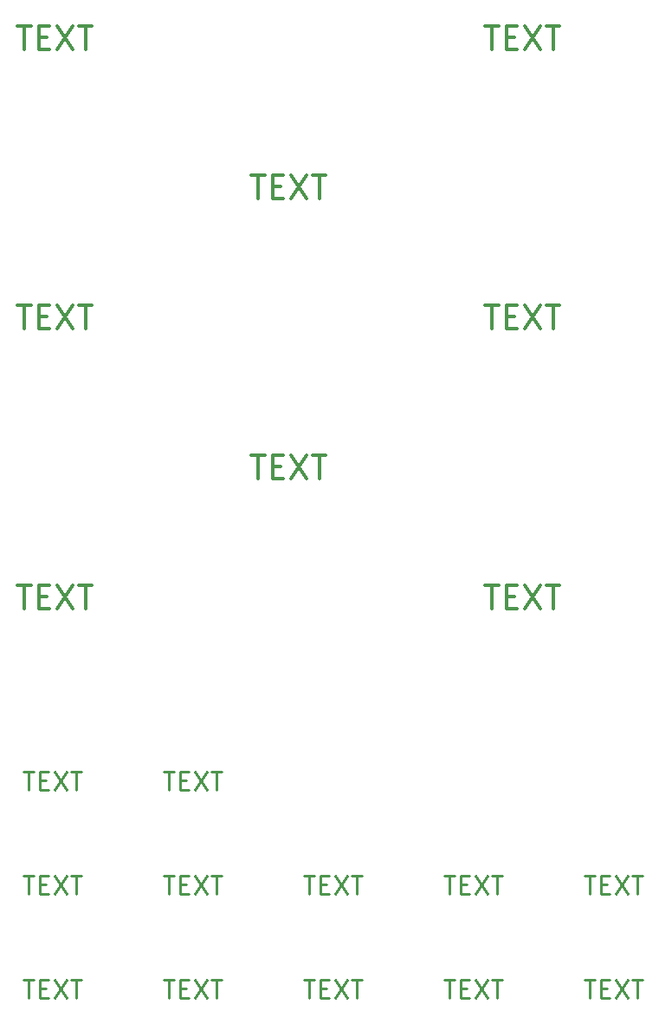
<source format=gbr>
%TF.GenerationSoftware,KiCad,Pcbnew,9.0.0*%
%TF.CreationDate,2025-03-15T07:42:44-04:00*%
%TF.ProjectId,201_Blank_Faceplate,3230315f-426c-4616-9e6b-5f4661636570,rev?*%
%TF.SameCoordinates,Original*%
%TF.FileFunction,Legend,Top*%
%TF.FilePolarity,Positive*%
%FSLAX46Y46*%
G04 Gerber Fmt 4.6, Leading zero omitted, Abs format (unit mm)*
G04 Created by KiCad (PCBNEW 9.0.0) date 2025-03-15 07:42:44*
%MOMM*%
%LPD*%
G01*
G04 APERTURE LIST*
%ADD10C,0.254000*%
%ADD11C,0.330200*%
G04 APERTURE END LIST*
D10*
X100030618Y-143620829D02*
X101046618Y-143620829D01*
X100538618Y-145398829D02*
X100538618Y-143620829D01*
X101639285Y-144467496D02*
X102231952Y-144467496D01*
X102485952Y-145398829D02*
X101639285Y-145398829D01*
X101639285Y-145398829D02*
X101639285Y-143620829D01*
X101639285Y-143620829D02*
X102485952Y-143620829D01*
X103078619Y-143620829D02*
X104263952Y-145398829D01*
X104263952Y-143620829D02*
X103078619Y-145398829D01*
X104687285Y-143620829D02*
X105703285Y-143620829D01*
X105195285Y-145398829D02*
X105195285Y-143620829D01*
X86314618Y-143620829D02*
X87330618Y-143620829D01*
X86822618Y-145398829D02*
X86822618Y-143620829D01*
X87923285Y-144467496D02*
X88515952Y-144467496D01*
X88769952Y-145398829D02*
X87923285Y-145398829D01*
X87923285Y-145398829D02*
X87923285Y-143620829D01*
X87923285Y-143620829D02*
X88769952Y-143620829D01*
X89362619Y-143620829D02*
X90547952Y-145398829D01*
X90547952Y-143620829D02*
X89362619Y-145398829D01*
X90971285Y-143620829D02*
X91987285Y-143620829D01*
X91479285Y-145398829D02*
X91479285Y-143620829D01*
X100030618Y-133460829D02*
X101046618Y-133460829D01*
X100538618Y-135238829D02*
X100538618Y-133460829D01*
X101639285Y-134307496D02*
X102231952Y-134307496D01*
X102485952Y-135238829D02*
X101639285Y-135238829D01*
X101639285Y-135238829D02*
X101639285Y-133460829D01*
X101639285Y-133460829D02*
X102485952Y-133460829D01*
X103078619Y-133460829D02*
X104263952Y-135238829D01*
X104263952Y-133460829D02*
X103078619Y-135238829D01*
X104687285Y-133460829D02*
X105703285Y-133460829D01*
X105195285Y-135238829D02*
X105195285Y-133460829D01*
X86314618Y-133460829D02*
X87330618Y-133460829D01*
X86822618Y-135238829D02*
X86822618Y-133460829D01*
X87923285Y-134307496D02*
X88515952Y-134307496D01*
X88769952Y-135238829D02*
X87923285Y-135238829D01*
X87923285Y-135238829D02*
X87923285Y-133460829D01*
X87923285Y-133460829D02*
X88769952Y-133460829D01*
X89362619Y-133460829D02*
X90547952Y-135238829D01*
X90547952Y-133460829D02*
X89362619Y-135238829D01*
X90971285Y-133460829D02*
X91987285Y-133460829D01*
X91479285Y-135238829D02*
X91479285Y-133460829D01*
X72598618Y-133460829D02*
X73614618Y-133460829D01*
X73106618Y-135238829D02*
X73106618Y-133460829D01*
X74207285Y-134307496D02*
X74799952Y-134307496D01*
X75053952Y-135238829D02*
X74207285Y-135238829D01*
X74207285Y-135238829D02*
X74207285Y-133460829D01*
X74207285Y-133460829D02*
X75053952Y-133460829D01*
X75646619Y-133460829D02*
X76831952Y-135238829D01*
X76831952Y-133460829D02*
X75646619Y-135238829D01*
X77255285Y-133460829D02*
X78271285Y-133460829D01*
X77763285Y-135238829D02*
X77763285Y-133460829D01*
X72598618Y-143620829D02*
X73614618Y-143620829D01*
X73106618Y-145398829D02*
X73106618Y-143620829D01*
X74207285Y-144467496D02*
X74799952Y-144467496D01*
X75053952Y-145398829D02*
X74207285Y-145398829D01*
X74207285Y-145398829D02*
X74207285Y-143620829D01*
X74207285Y-143620829D02*
X75053952Y-143620829D01*
X75646619Y-143620829D02*
X76831952Y-145398829D01*
X76831952Y-143620829D02*
X75646619Y-145398829D01*
X77255285Y-143620829D02*
X78271285Y-143620829D01*
X77763285Y-145398829D02*
X77763285Y-143620829D01*
X58882618Y-143620829D02*
X59898618Y-143620829D01*
X59390618Y-145398829D02*
X59390618Y-143620829D01*
X60491285Y-144467496D02*
X61083952Y-144467496D01*
X61337952Y-145398829D02*
X60491285Y-145398829D01*
X60491285Y-145398829D02*
X60491285Y-143620829D01*
X60491285Y-143620829D02*
X61337952Y-143620829D01*
X61930619Y-143620829D02*
X63115952Y-145398829D01*
X63115952Y-143620829D02*
X61930619Y-145398829D01*
X63539285Y-143620829D02*
X64555285Y-143620829D01*
X64047285Y-145398829D02*
X64047285Y-143620829D01*
X45166618Y-143620829D02*
X46182618Y-143620829D01*
X45674618Y-145398829D02*
X45674618Y-143620829D01*
X46775285Y-144467496D02*
X47367952Y-144467496D01*
X47621952Y-145398829D02*
X46775285Y-145398829D01*
X46775285Y-145398829D02*
X46775285Y-143620829D01*
X46775285Y-143620829D02*
X47621952Y-143620829D01*
X48214619Y-143620829D02*
X49399952Y-145398829D01*
X49399952Y-143620829D02*
X48214619Y-145398829D01*
X49823285Y-143620829D02*
X50839285Y-143620829D01*
X50331285Y-145398829D02*
X50331285Y-143620829D01*
X45166618Y-133460829D02*
X46182618Y-133460829D01*
X45674618Y-135238829D02*
X45674618Y-133460829D01*
X46775285Y-134307496D02*
X47367952Y-134307496D01*
X47621952Y-135238829D02*
X46775285Y-135238829D01*
X46775285Y-135238829D02*
X46775285Y-133460829D01*
X46775285Y-133460829D02*
X47621952Y-133460829D01*
X48214619Y-133460829D02*
X49399952Y-135238829D01*
X49399952Y-133460829D02*
X48214619Y-135238829D01*
X49823285Y-133460829D02*
X50839285Y-133460829D01*
X50331285Y-135238829D02*
X50331285Y-133460829D01*
X58882618Y-133460829D02*
X59898618Y-133460829D01*
X59390618Y-135238829D02*
X59390618Y-133460829D01*
X60491285Y-134307496D02*
X61083952Y-134307496D01*
X61337952Y-135238829D02*
X60491285Y-135238829D01*
X60491285Y-135238829D02*
X60491285Y-133460829D01*
X60491285Y-133460829D02*
X61337952Y-133460829D01*
X61930619Y-133460829D02*
X63115952Y-135238829D01*
X63115952Y-133460829D02*
X61930619Y-135238829D01*
X63539285Y-133460829D02*
X64555285Y-133460829D01*
X64047285Y-135238829D02*
X64047285Y-133460829D01*
X45166618Y-123300829D02*
X46182618Y-123300829D01*
X45674618Y-125078829D02*
X45674618Y-123300829D01*
X46775285Y-124147496D02*
X47367952Y-124147496D01*
X47621952Y-125078829D02*
X46775285Y-125078829D01*
X46775285Y-125078829D02*
X46775285Y-123300829D01*
X46775285Y-123300829D02*
X47621952Y-123300829D01*
X48214619Y-123300829D02*
X49399952Y-125078829D01*
X49399952Y-123300829D02*
X48214619Y-125078829D01*
X49823285Y-123300829D02*
X50839285Y-123300829D01*
X50331285Y-125078829D02*
X50331285Y-123300829D01*
D11*
X44613286Y-50443376D02*
X45919572Y-50443376D01*
X45266429Y-52729376D02*
X45266429Y-50443376D01*
X46681571Y-51531947D02*
X47443571Y-51531947D01*
X47770143Y-52729376D02*
X46681571Y-52729376D01*
X46681571Y-52729376D02*
X46681571Y-50443376D01*
X46681571Y-50443376D02*
X47770143Y-50443376D01*
X48532143Y-50443376D02*
X50056143Y-52729376D01*
X50056143Y-50443376D02*
X48532143Y-52729376D01*
X50600429Y-50443376D02*
X51906715Y-50443376D01*
X51253572Y-52729376D02*
X51253572Y-50443376D01*
X67473286Y-92353376D02*
X68779572Y-92353376D01*
X68126429Y-94639376D02*
X68126429Y-92353376D01*
X69541571Y-93441947D02*
X70303571Y-93441947D01*
X70630143Y-94639376D02*
X69541571Y-94639376D01*
X69541571Y-94639376D02*
X69541571Y-92353376D01*
X69541571Y-92353376D02*
X70630143Y-92353376D01*
X71392143Y-92353376D02*
X72916143Y-94639376D01*
X72916143Y-92353376D02*
X71392143Y-94639376D01*
X73460429Y-92353376D02*
X74766715Y-92353376D01*
X74113572Y-94639376D02*
X74113572Y-92353376D01*
X90333286Y-77748376D02*
X91639572Y-77748376D01*
X90986429Y-80034376D02*
X90986429Y-77748376D01*
X92401571Y-78836947D02*
X93163571Y-78836947D01*
X93490143Y-80034376D02*
X92401571Y-80034376D01*
X92401571Y-80034376D02*
X92401571Y-77748376D01*
X92401571Y-77748376D02*
X93490143Y-77748376D01*
X94252143Y-77748376D02*
X95776143Y-80034376D01*
X95776143Y-77748376D02*
X94252143Y-80034376D01*
X96320429Y-77748376D02*
X97626715Y-77748376D01*
X96973572Y-80034376D02*
X96973572Y-77748376D01*
X90333286Y-105053376D02*
X91639572Y-105053376D01*
X90986429Y-107339376D02*
X90986429Y-105053376D01*
X92401571Y-106141947D02*
X93163571Y-106141947D01*
X93490143Y-107339376D02*
X92401571Y-107339376D01*
X92401571Y-107339376D02*
X92401571Y-105053376D01*
X92401571Y-105053376D02*
X93490143Y-105053376D01*
X94252143Y-105053376D02*
X95776143Y-107339376D01*
X95776143Y-105053376D02*
X94252143Y-107339376D01*
X96320429Y-105053376D02*
X97626715Y-105053376D01*
X96973572Y-107339376D02*
X96973572Y-105053376D01*
X67473286Y-65048376D02*
X68779572Y-65048376D01*
X68126429Y-67334376D02*
X68126429Y-65048376D01*
X69541571Y-66136947D02*
X70303571Y-66136947D01*
X70630143Y-67334376D02*
X69541571Y-67334376D01*
X69541571Y-67334376D02*
X69541571Y-65048376D01*
X69541571Y-65048376D02*
X70630143Y-65048376D01*
X71392143Y-65048376D02*
X72916143Y-67334376D01*
X72916143Y-65048376D02*
X71392143Y-67334376D01*
X73460429Y-65048376D02*
X74766715Y-65048376D01*
X74113572Y-67334376D02*
X74113572Y-65048376D01*
D10*
X58885666Y-123300829D02*
X59901666Y-123300829D01*
X59393666Y-125078829D02*
X59393666Y-123300829D01*
X60494333Y-124147496D02*
X61087000Y-124147496D01*
X61341000Y-125078829D02*
X60494333Y-125078829D01*
X60494333Y-125078829D02*
X60494333Y-123300829D01*
X60494333Y-123300829D02*
X61341000Y-123300829D01*
X61933667Y-123300829D02*
X63119000Y-125078829D01*
X63119000Y-123300829D02*
X61933667Y-125078829D01*
X63542333Y-123300829D02*
X64558333Y-123300829D01*
X64050333Y-125078829D02*
X64050333Y-123300829D01*
D11*
X44613286Y-105053376D02*
X45919572Y-105053376D01*
X45266429Y-107339376D02*
X45266429Y-105053376D01*
X46681571Y-106141947D02*
X47443571Y-106141947D01*
X47770143Y-107339376D02*
X46681571Y-107339376D01*
X46681571Y-107339376D02*
X46681571Y-105053376D01*
X46681571Y-105053376D02*
X47770143Y-105053376D01*
X48532143Y-105053376D02*
X50056143Y-107339376D01*
X50056143Y-105053376D02*
X48532143Y-107339376D01*
X50600429Y-105053376D02*
X51906715Y-105053376D01*
X51253572Y-107339376D02*
X51253572Y-105053376D01*
X44613286Y-77748376D02*
X45919572Y-77748376D01*
X45266429Y-80034376D02*
X45266429Y-77748376D01*
X46681571Y-78836947D02*
X47443571Y-78836947D01*
X47770143Y-80034376D02*
X46681571Y-80034376D01*
X46681571Y-80034376D02*
X46681571Y-77748376D01*
X46681571Y-77748376D02*
X47770143Y-77748376D01*
X48532143Y-77748376D02*
X50056143Y-80034376D01*
X50056143Y-77748376D02*
X48532143Y-80034376D01*
X50600429Y-77748376D02*
X51906715Y-77748376D01*
X51253572Y-80034376D02*
X51253572Y-77748376D01*
X90333286Y-50443376D02*
X91639572Y-50443376D01*
X90986429Y-52729376D02*
X90986429Y-50443376D01*
X92401571Y-51531947D02*
X93163571Y-51531947D01*
X93490143Y-52729376D02*
X92401571Y-52729376D01*
X92401571Y-52729376D02*
X92401571Y-50443376D01*
X92401571Y-50443376D02*
X93490143Y-50443376D01*
X94252143Y-50443376D02*
X95776143Y-52729376D01*
X95776143Y-50443376D02*
X94252143Y-52729376D01*
X96320429Y-50443376D02*
X97626715Y-50443376D01*
X96973572Y-52729376D02*
X96973572Y-50443376D01*
M02*

</source>
